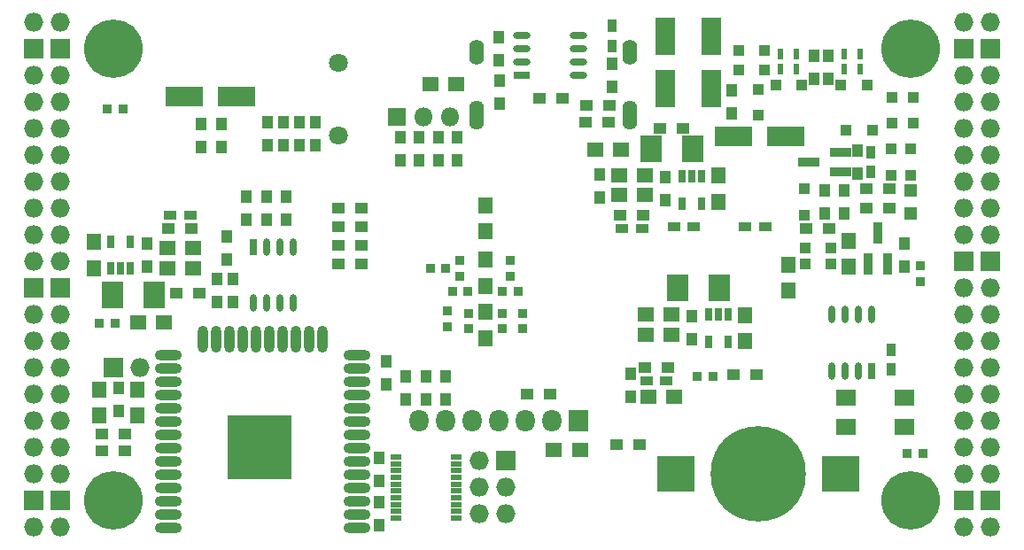
<source format=gbs>
G04 #@! TF.FileFunction,Soldermask,Bot*
%FSLAX46Y46*%
G04 Gerber Fmt 4.6, Leading zero omitted, Abs format (unit mm)*
G04 Created by KiCad (PCBNEW 4.0.7+dfsg1-1) date Tue Apr  3 21:34:01 2018*
%MOMM*%
%LPD*%
G01*
G04 APERTURE LIST*
%ADD10C,0.100000*%
%ADD11R,1.800000X1.800000*%
%ADD12O,1.800000X1.800000*%
%ADD13R,1.000000X1.300000*%
%ADD14O,1.827200X1.827200*%
%ADD15R,1.827200X1.827200*%
%ADD16R,1.900000X3.600000*%
%ADD17R,1.300000X1.000000*%
%ADD18R,2.100000X2.600000*%
%ADD19R,0.800000X1.300000*%
%ADD20R,1.350000X1.600000*%
%ADD21R,1.600000X1.350000*%
%ADD22R,0.900000X2.000000*%
%ADD23R,2.000000X0.900000*%
%ADD24R,1.300000X0.850000*%
%ADD25R,0.850000X1.300000*%
%ADD26C,5.600000*%
%ADD27R,1.100000X0.500000*%
%ADD28R,1.827200X2.132000*%
%ADD29O,1.827200X2.132000*%
%ADD30R,3.600000X1.900000*%
%ADD31R,3.600000X3.400000*%
%ADD32C,9.100000*%
%ADD33R,1.100000X1.100000*%
%ADD34C,1.800000*%
%ADD35O,1.400000X2.800000*%
%ADD36O,1.400000X2.400000*%
%ADD37R,0.700000X1.650000*%
%ADD38O,0.700000X1.650000*%
%ADD39R,1.650000X0.700000*%
%ADD40O,1.650000X0.700000*%
%ADD41O,2.600000X1.000000*%
%ADD42O,1.000000X2.600000*%
%ADD43R,6.100000X6.100000*%
%ADD44R,1.900000X1.500000*%
%ADD45R,1.300000X1.300000*%
%ADD46R,0.850000X0.900000*%
%ADD47R,0.900000X0.850000*%
%ADD48R,0.600000X1.000000*%
G04 APERTURE END LIST*
D10*
D11*
X130056000Y-71725000D03*
D12*
X132596000Y-71725000D03*
X135136000Y-71725000D03*
D13*
X169919000Y-68065000D03*
X169919000Y-65865000D03*
D14*
X97910000Y-62690000D03*
X95370000Y-62690000D03*
D15*
X97910000Y-65230000D03*
X95370000Y-65230000D03*
D14*
X97910000Y-67770000D03*
X95370000Y-67770000D03*
X97910000Y-70310000D03*
X95370000Y-70310000D03*
X97910000Y-72850000D03*
X95370000Y-72850000D03*
X97910000Y-75390000D03*
X95370000Y-75390000D03*
X97910000Y-77930000D03*
X95370000Y-77930000D03*
X97910000Y-80470000D03*
X95370000Y-80470000D03*
X97910000Y-83010000D03*
X95370000Y-83010000D03*
X97910000Y-85550000D03*
X95370000Y-85550000D03*
D15*
X97910000Y-88090000D03*
X95370000Y-88090000D03*
D14*
X97910000Y-90630000D03*
X95370000Y-90630000D03*
X97910000Y-93170000D03*
X95370000Y-93170000D03*
X97910000Y-95710000D03*
X95370000Y-95710000D03*
X97910000Y-98250000D03*
X95370000Y-98250000D03*
X97910000Y-100790000D03*
X95370000Y-100790000D03*
X97910000Y-103330000D03*
X95370000Y-103330000D03*
X97910000Y-105870000D03*
X95370000Y-105870000D03*
D15*
X97910000Y-108410000D03*
X95370000Y-108410000D03*
D14*
X97910000Y-110950000D03*
X95370000Y-110950000D03*
D13*
X103498000Y-99858000D03*
X103498000Y-97658000D03*
D16*
X155695000Y-69000000D03*
X155695000Y-64000000D03*
D17*
X157430000Y-72850000D03*
X155230000Y-72850000D03*
D18*
X160870000Y-88090000D03*
X156870000Y-88090000D03*
D19*
X159825000Y-90600000D03*
X160775000Y-90600000D03*
X161725000Y-90600000D03*
X161725000Y-93200000D03*
X159825000Y-93200000D03*
D18*
X102895000Y-88725000D03*
X106895000Y-88725000D03*
D19*
X104575000Y-86215000D03*
X103625000Y-86215000D03*
X102675000Y-86215000D03*
X102675000Y-83615000D03*
X104575000Y-83615000D03*
D18*
X158330000Y-74755000D03*
X154330000Y-74755000D03*
D19*
X157285000Y-77392000D03*
X158235000Y-77392000D03*
X159185000Y-77392000D03*
X159185000Y-79992000D03*
X157285000Y-79992000D03*
D20*
X101085000Y-83665000D03*
X101085000Y-86165000D03*
D21*
X153810000Y-90630000D03*
X156310000Y-90630000D03*
X153810000Y-92535000D03*
X156310000Y-92535000D03*
D20*
X163315000Y-93150000D03*
X163315000Y-90650000D03*
D21*
X151270000Y-79200000D03*
X153770000Y-79200000D03*
X151270000Y-77295000D03*
X153770000Y-77295000D03*
D20*
X160775000Y-79815000D03*
X160775000Y-77315000D03*
D21*
X110590000Y-84280000D03*
X108090000Y-84280000D03*
X110590000Y-86185000D03*
X108090000Y-86185000D03*
D20*
X173221000Y-86038000D03*
X173221000Y-83538000D03*
D22*
X176965000Y-85780000D03*
X175065000Y-85780000D03*
X176015000Y-82780000D03*
D23*
X172435000Y-75075000D03*
X172435000Y-76975000D03*
X169435000Y-76025000D03*
D24*
X153910000Y-96910000D03*
X155810000Y-96910000D03*
X151570000Y-82375000D03*
X153470000Y-82375000D03*
X110290000Y-81105000D03*
X108390000Y-81105000D03*
D25*
X175380000Y-75075000D03*
X175380000Y-76975000D03*
D17*
X169200000Y-82375000D03*
X171400000Y-82375000D03*
D13*
X172840000Y-80935000D03*
X172840000Y-78735000D03*
D17*
X177115000Y-80470000D03*
X174915000Y-80470000D03*
D13*
X174110000Y-74925000D03*
X174110000Y-77125000D03*
X178555000Y-83815000D03*
X178555000Y-86015000D03*
X113785000Y-83180000D03*
X113785000Y-85380000D03*
X170935000Y-80935000D03*
X170935000Y-78735000D03*
X128390000Y-108580000D03*
X128390000Y-110780000D03*
D17*
X153239000Y-103076000D03*
X151039000Y-103076000D03*
X177115000Y-78565000D03*
X174915000Y-78565000D03*
X153760000Y-95640000D03*
X155960000Y-95640000D03*
X110440000Y-82375000D03*
X108240000Y-82375000D03*
X151420000Y-81105000D03*
X153620000Y-81105000D03*
D13*
X158235000Y-90800000D03*
X158235000Y-93000000D03*
X106165000Y-86015000D03*
X106165000Y-83815000D03*
X155695000Y-77465000D03*
X155695000Y-79665000D03*
D17*
X126696000Y-85804000D03*
X124496000Y-85804000D03*
X126696000Y-84026000D03*
X124496000Y-84026000D03*
X126696000Y-82248000D03*
X124496000Y-82248000D03*
X126696000Y-80470000D03*
X124496000Y-80470000D03*
D13*
X130422000Y-75873000D03*
X130422000Y-73673000D03*
X132200000Y-75873000D03*
X132200000Y-73673000D03*
X133993000Y-75873000D03*
X133993000Y-73673000D03*
X135771000Y-75873000D03*
X135771000Y-73673000D03*
D25*
X150589600Y-64910000D03*
X150589600Y-63010000D03*
D14*
X184270000Y-110950000D03*
X186810000Y-110950000D03*
D15*
X184270000Y-108410000D03*
X186810000Y-108410000D03*
D14*
X184270000Y-105870000D03*
X186810000Y-105870000D03*
X184270000Y-103330000D03*
X186810000Y-103330000D03*
X184270000Y-100790000D03*
X186810000Y-100790000D03*
X184270000Y-98250000D03*
X186810000Y-98250000D03*
X184270000Y-95710000D03*
X186810000Y-95710000D03*
X184270000Y-93170000D03*
X186810000Y-93170000D03*
X184270000Y-90630000D03*
X186810000Y-90630000D03*
X184270000Y-88090000D03*
X186810000Y-88090000D03*
D15*
X184270000Y-85550000D03*
X186810000Y-85550000D03*
D14*
X184270000Y-83010000D03*
X186810000Y-83010000D03*
X184270000Y-80470000D03*
X186810000Y-80470000D03*
X184270000Y-77930000D03*
X186810000Y-77930000D03*
X184270000Y-75390000D03*
X186810000Y-75390000D03*
X184270000Y-72850000D03*
X186810000Y-72850000D03*
X184270000Y-70310000D03*
X186810000Y-70310000D03*
X184270000Y-67770000D03*
X186810000Y-67770000D03*
D15*
X184270000Y-65230000D03*
X186810000Y-65230000D03*
D14*
X184270000Y-62690000D03*
X186810000Y-62690000D03*
D26*
X102990000Y-108410000D03*
X179190000Y-108410000D03*
X179190000Y-65230000D03*
X102990000Y-65230000D03*
D13*
X162045000Y-71410000D03*
X162045000Y-69210000D03*
X139820000Y-66330000D03*
X139820000Y-64130000D03*
X139835000Y-68212000D03*
X139835000Y-70412000D03*
X150615000Y-68870000D03*
X150615000Y-66670000D03*
D17*
X150275000Y-72215000D03*
X148075000Y-72215000D03*
X150380000Y-70600000D03*
X148180000Y-70600000D03*
D27*
X135735000Y-104215000D03*
X135735000Y-104865000D03*
X135735000Y-105515000D03*
X135735000Y-106165000D03*
X135735000Y-106815000D03*
X135735000Y-107465000D03*
X135735000Y-108115000D03*
X135735000Y-108765000D03*
X135735000Y-109415000D03*
X135735000Y-110065000D03*
X129935000Y-110065000D03*
X129935000Y-109415000D03*
X129935000Y-108765000D03*
X129935000Y-108115000D03*
X129935000Y-107465000D03*
X129935000Y-106815000D03*
X129935000Y-106165000D03*
X129935000Y-105515000D03*
X129935000Y-104865000D03*
X129935000Y-104215000D03*
D13*
X119500000Y-79370000D03*
X119500000Y-81570000D03*
X114420000Y-89444000D03*
X114420000Y-87244000D03*
X129025000Y-97275000D03*
X129025000Y-95075000D03*
X117595000Y-79370000D03*
X117595000Y-81570000D03*
X112896000Y-89444000D03*
X112896000Y-87244000D03*
X115690000Y-79370000D03*
X115690000Y-81570000D03*
D17*
X144730000Y-98250000D03*
X142530000Y-98250000D03*
D13*
X132835000Y-98715000D03*
X132835000Y-96515000D03*
X130930000Y-98715000D03*
X130930000Y-96515000D03*
D17*
X101890000Y-103600000D03*
X104090000Y-103600000D03*
D15*
X102990000Y-95710000D03*
D14*
X105530000Y-95710000D03*
D17*
X104090000Y-102060000D03*
X101890000Y-102060000D03*
D20*
X167506000Y-88324000D03*
X167506000Y-85824000D03*
D17*
X164415000Y-96345000D03*
X162215000Y-96345000D03*
D15*
X140455000Y-104600000D03*
D14*
X137915000Y-104600000D03*
X140455000Y-107140000D03*
X137915000Y-107140000D03*
X140455000Y-109680000D03*
X137915000Y-109680000D03*
D20*
X138500000Y-90370000D03*
X138500000Y-92870000D03*
X138500000Y-82670000D03*
X138500000Y-80170000D03*
X138500000Y-85370000D03*
X138500000Y-87870000D03*
X101593000Y-97762000D03*
X101593000Y-100262000D03*
D13*
X113277000Y-74585000D03*
X113277000Y-72385000D03*
X111372000Y-74585000D03*
X111372000Y-72385000D03*
X171316000Y-68065000D03*
X171316000Y-65865000D03*
D28*
X147440000Y-100790000D03*
D29*
X144900000Y-100790000D03*
X142360000Y-100790000D03*
X139820000Y-100790000D03*
X137280000Y-100790000D03*
X134740000Y-100790000D03*
X132200000Y-100790000D03*
D20*
X105276000Y-100262000D03*
X105276000Y-97762000D03*
D30*
X109761000Y-69802000D03*
X114761000Y-69802000D03*
X167212000Y-73612000D03*
X162212000Y-73612000D03*
D16*
X160140000Y-64000000D03*
X160140000Y-69000000D03*
D21*
X154064000Y-98504000D03*
X156564000Y-98504000D03*
X107796000Y-91392000D03*
X105296000Y-91392000D03*
X151484000Y-74882000D03*
X148984000Y-74882000D03*
D13*
X134740000Y-96515000D03*
X134740000Y-98715000D03*
D31*
X172485000Y-105870000D03*
X156685000Y-105870000D03*
D32*
X164585000Y-105870000D03*
D33*
X168756000Y-68659000D03*
X166256000Y-68659000D03*
X172479000Y-68659000D03*
X174979000Y-68659000D03*
X169050000Y-84280000D03*
X171550000Y-84280000D03*
X169030000Y-81085000D03*
X169030000Y-78585000D03*
X171550000Y-85804000D03*
X169050000Y-85804000D03*
X179190000Y-77275000D03*
X179190000Y-74775000D03*
X177285000Y-74775000D03*
X177285000Y-77275000D03*
X172987000Y-72977000D03*
X175487000Y-72977000D03*
X164585000Y-69060000D03*
X164585000Y-71560000D03*
D13*
X128390000Y-106546000D03*
X128390000Y-104346000D03*
X117722000Y-74458000D03*
X117722000Y-72258000D03*
X119246000Y-74458000D03*
X119246000Y-72258000D03*
X120770000Y-74458000D03*
X120770000Y-72258000D03*
X122294000Y-74458000D03*
X122294000Y-72258000D03*
D17*
X145880000Y-69900000D03*
X143680000Y-69900000D03*
D34*
X124468000Y-66518000D03*
X124468000Y-73518000D03*
D35*
X152280000Y-71550000D03*
X137680000Y-71550000D03*
D36*
X137680000Y-65500000D03*
X152280000Y-65500000D03*
D37*
X175395000Y-96015000D03*
D38*
X174125000Y-96015000D03*
X172855000Y-96015000D03*
X171585000Y-96015000D03*
X171585000Y-90615000D03*
X172855000Y-90615000D03*
X174125000Y-90615000D03*
X175395000Y-90615000D03*
D39*
X141980000Y-67706500D03*
D40*
X141980000Y-66436500D03*
X141980000Y-65166500D03*
X141980000Y-63896500D03*
X147380000Y-63896500D03*
X147380000Y-65166500D03*
X147380000Y-66436500D03*
X147380000Y-67706500D03*
D37*
X116325000Y-84120000D03*
D38*
X117595000Y-84120000D03*
X118865000Y-84120000D03*
X120135000Y-84120000D03*
X120135000Y-89520000D03*
X118865000Y-89520000D03*
X117595000Y-89520000D03*
X116325000Y-89520000D03*
D41*
X126230000Y-111000000D03*
X126230000Y-109730000D03*
X126230000Y-108460000D03*
X126230000Y-107190000D03*
X126230000Y-105920000D03*
X126230000Y-104650000D03*
X126230000Y-103380000D03*
X126230000Y-102110000D03*
X126230000Y-100840000D03*
X126230000Y-99570000D03*
X126230000Y-98300000D03*
X126230000Y-97030000D03*
X126230000Y-95760000D03*
X126230000Y-94490000D03*
D42*
X122945000Y-93000000D03*
X121675000Y-93000000D03*
X120405000Y-93000000D03*
X119135000Y-93000000D03*
X117865000Y-93000000D03*
X116595000Y-93000000D03*
X115325000Y-93000000D03*
X114055000Y-93000000D03*
X112785000Y-93000000D03*
X111515000Y-93000000D03*
D41*
X108230000Y-94490000D03*
X108230000Y-95760000D03*
X108230000Y-97030000D03*
X108230000Y-98300000D03*
X108230000Y-99570000D03*
X108230000Y-100840000D03*
X108230000Y-102110000D03*
X108230000Y-103380000D03*
X108230000Y-104650000D03*
X108230000Y-105920000D03*
X108230000Y-107190000D03*
X108230000Y-108460000D03*
X108230000Y-109730000D03*
X108230000Y-111000000D03*
D43*
X116930000Y-103300000D03*
D44*
X178576000Y-98522000D03*
X172976000Y-98522000D03*
X172976000Y-101322000D03*
X178576000Y-101322000D03*
D45*
X179190000Y-78735000D03*
X179190000Y-80935000D03*
D46*
X140900000Y-86970000D03*
X140900000Y-85470000D03*
X136100000Y-86970000D03*
X136100000Y-85470000D03*
X136900000Y-91970000D03*
X136900000Y-90470000D03*
X140100000Y-91970000D03*
X140100000Y-90470000D03*
X142100000Y-91970000D03*
X142100000Y-90470000D03*
X134900000Y-91770000D03*
X134900000Y-90270000D03*
D47*
X136850000Y-88420000D03*
X135350000Y-88420000D03*
X140150000Y-88420000D03*
X141650000Y-88420000D03*
D24*
X163350000Y-82220000D03*
X165250000Y-82220000D03*
X158450000Y-82220000D03*
X156550000Y-82220000D03*
D25*
X177300000Y-93950000D03*
X177300000Y-95850000D03*
D48*
X166756000Y-67135000D03*
X168256000Y-67135000D03*
X174350000Y-67120000D03*
X172850000Y-67120000D03*
D33*
X162700000Y-67262000D03*
X165200000Y-67262000D03*
X165200000Y-65357000D03*
X162700000Y-65357000D03*
X177412000Y-72322000D03*
X177412000Y-69822000D03*
X179444000Y-69822000D03*
X179444000Y-72322000D03*
D48*
X166756000Y-65738000D03*
X168256000Y-65738000D03*
X172852000Y-65738000D03*
X174352000Y-65738000D03*
D13*
X152393000Y-96261000D03*
X152393000Y-98461000D03*
D17*
X109002000Y-88598000D03*
X111202000Y-88598000D03*
D13*
X149472000Y-77211000D03*
X149472000Y-79411000D03*
D21*
X145047000Y-103584000D03*
X147547000Y-103584000D03*
X133251000Y-68550000D03*
X135751000Y-68550000D03*
D47*
X103870000Y-70963000D03*
X102370000Y-70963000D03*
X103120000Y-91410000D03*
X101620000Y-91410000D03*
D46*
X180094000Y-85961000D03*
X180094000Y-87461000D03*
D47*
X178848000Y-103856000D03*
X180348000Y-103856000D03*
X158770000Y-96490000D03*
X160270000Y-96490000D03*
X133230000Y-86200000D03*
X134730000Y-86200000D03*
M02*

</source>
